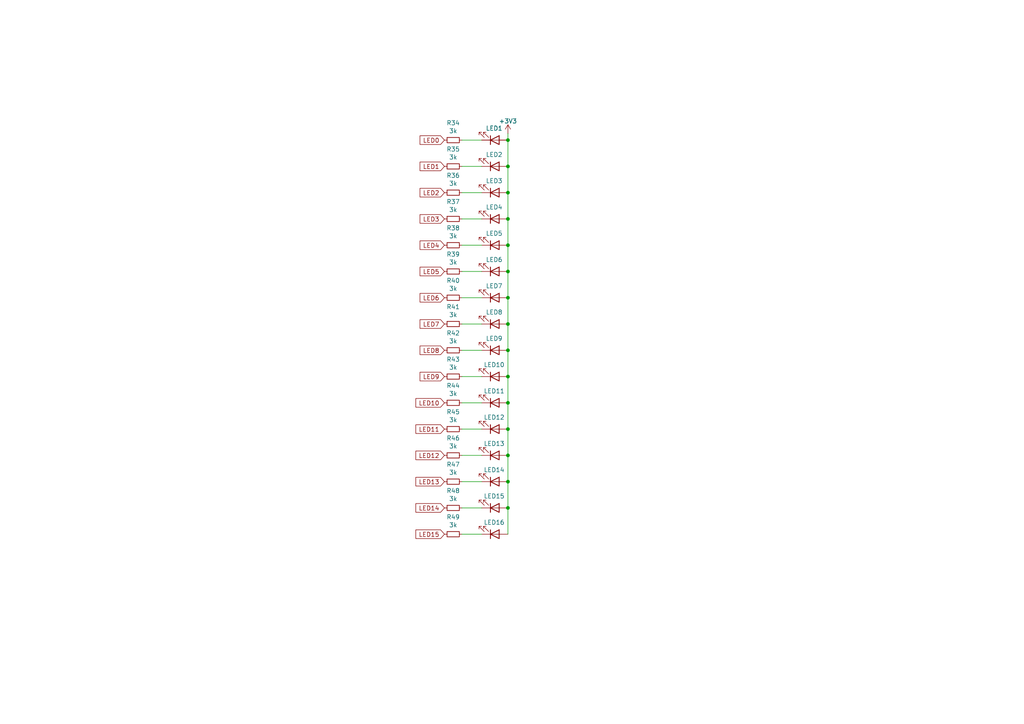
<source format=kicad_sch>
(kicad_sch (version 20211123) (generator eeschema)
  (paper "A4")
  (lib_symbols
    (symbol "Device:LED" (pin_numbers hide) (pin_names (offset 1.016) hide)
      (property "Reference" "D" (at 0 2.54 0))
      (property "Value" "LED" (at 0 -2.54 0))
      (symbol "LED_0_1"
        (polyline (pts (xy -1.27 -1.27) (xy -1.27 1.27)) (stroke (width 0.254)))
        (polyline (pts (xy -1.27 0) (xy 1.27 0)))
        (polyline (pts (xy 1.27 -1.27) (xy 1.27 1.27) (xy -1.27 0) (xy 1.27 -1.27)) (stroke (width 0.254)))
        (polyline (pts (xy -3.048 -0.762) (xy -4.572 -2.286) (xy -3.81 -2.286) (xy -4.572 -2.286) (xy -4.572 -1.524)))
        (polyline (pts (xy -1.778 -0.762) (xy -3.302 -2.286) (xy -2.54 -2.286) (xy -3.302 -2.286) (xy -3.302 -1.524)))
      )
      (symbol "LED_1_1"
        (pin passive line (at -3.81 0 0) (length 2.54) (name "K") (number "1"))
        (pin passive line (at 3.81 0 180) (length 2.54) (name "A") (number "2"))
      )
    )
    (symbol "Device:R_Small" (pin_numbers hide) (pin_names (offset 0.254) hide)
      (property "Reference" "R" (at 0.762 0.508 0))
      (property "Value" "R_Small" (at 0.762 -1.016 0))
      (symbol "R_Small_0_1"
        (rectangle (start -0.762 1.778) (end 0.762 -1.778) (stroke (width 0.2032)))
      )
      (symbol "R_Small_1_1"
        (pin passive line (at 0 2.54 270) (length 0.762) (name "~") (number "1"))
        (pin passive line (at 0 -2.54 90) (length 0.762) (name "~") (number "2"))
      )
    )
    (symbol "power:+3.3V" (power) (pin_names (offset 0))
      (property "Value" "+3.3V" (at 0 3.556 0))
      (symbol "+3.3V_0_1"
        (polyline (pts (xy -0.762 1.27) (xy 0 2.54)))
        (polyline (pts (xy 0 0) (xy 0 2.54)))
        (polyline (pts (xy 0 2.54) (xy 0.762 1.27)))
      )
      (symbol "+3.3V_1_1"
        (pin power_in line (at 0 0 90) (length 0) hide (name "+3V3") (number "1"))
      )
    )
  )
  (junction (at 147.32 86.36))
  (junction (at 147.32 40.64))
  (junction (at 147.32 147.32))
  (junction (at 147.32 101.6))
  (junction (at 147.32 116.84))
  (junction (at 147.32 93.98))
  (junction (at 147.32 132.08))
  (junction (at 147.32 48.26))
  (junction (at 147.32 63.5))
  (junction (at 147.32 139.7))
  (junction (at 147.32 78.74))
  (junction (at 147.32 124.46))
  (junction (at 147.32 109.22))
  (junction (at 147.32 55.88))
  (junction (at 147.32 71.12))
  (wire (pts (xy 133.985 93.98) (xy 139.7 93.98)))
  (wire (pts (xy 147.32 71.12) (xy 147.32 63.5)))
  (wire (pts (xy 139.7 48.26) (xy 133.985 48.26)))
  (wire (pts (xy 133.985 101.6) (xy 139.7 101.6)))
  (wire (pts (xy 133.985 132.08) (xy 139.7 132.08)))
  (wire (pts (xy 147.32 109.22) (xy 147.32 101.6)))
  (wire (pts (xy 133.985 78.74) (xy 139.7 78.74)))
  (wire (pts (xy 133.985 124.46) (xy 139.7 124.46)))
  (wire (pts (xy 139.7 147.32) (xy 133.985 147.32)))
  (wire (pts (xy 147.32 93.98) (xy 147.32 86.36)))
  (wire (pts (xy 133.985 55.88) (xy 139.7 55.88)))
  (wire (pts (xy 147.32 86.36) (xy 147.32 78.74)))
  (wire (pts (xy 139.7 109.22) (xy 133.985 109.22)))
  (wire (pts (xy 147.32 124.46) (xy 147.32 116.84)))
  (wire (pts (xy 147.32 48.26) (xy 147.32 40.64)))
  (wire (pts (xy 133.985 71.12) (xy 139.7 71.12)))
  (wire (pts (xy 133.985 116.84) (xy 139.7 116.84)))
  (wire (pts (xy 147.32 55.88) (xy 147.32 48.26)))
  (wire (pts (xy 147.32 40.64) (xy 147.32 38.735)))
  (wire (pts (xy 147.32 78.74) (xy 147.32 71.12)))
  (wire (pts (xy 147.32 139.7) (xy 147.32 132.08)))
  (wire (pts (xy 139.7 86.36) (xy 133.985 86.36)))
  (wire (pts (xy 147.32 63.5) (xy 147.32 55.88)))
  (wire (pts (xy 133.985 40.64) (xy 139.7 40.64)))
  (wire (pts (xy 147.32 101.6) (xy 147.32 93.98)))
  (wire (pts (xy 147.32 116.84) (xy 147.32 109.22)))
  (wire (pts (xy 147.32 154.94) (xy 147.32 147.32)))
  (wire (pts (xy 139.7 63.5) (xy 133.985 63.5)))
  (wire (pts (xy 147.32 147.32) (xy 147.32 139.7)))
  (wire (pts (xy 147.32 132.08) (xy 147.32 124.46)))
  (wire (pts (xy 133.985 139.7) (xy 139.7 139.7)))
  (wire (pts (xy 133.985 154.94) (xy 139.7 154.94)))
  (global_label "LED4" (shape input) (at 128.905 71.12 180) (property "Intersheet References" "${INTERSHEET_REFS}" (effects hide)))
  (global_label "LED3" (shape input) (at 128.905 63.5 180) (property "Intersheet References" "${INTERSHEET_REFS}" (effects hide)))
  (global_label "LED15" (shape input) (at 128.905 154.94 180) (property "Intersheet References" "${INTERSHEET_REFS}" (effects hide)))
  (global_label "LED2" (shape input) (at 128.905 55.88 180) (property "Intersheet References" "${INTERSHEET_REFS}" (effects hide)))
  (global_label "LED8" (shape input) (at 128.905 101.6 180) (property "Intersheet References" "${INTERSHEET_REFS}" (effects hide)))
  (global_label "LED9" (shape input) (at 128.905 109.22 180) (property "Intersheet References" "${INTERSHEET_REFS}" (effects hide)))
  (global_label "LED1" (shape input) (at 128.905 48.26 180) (property "Intersheet References" "${INTERSHEET_REFS}" (effects hide)))
  (global_label "LED14" (shape input) (at 128.905 147.32 180) (property "Intersheet References" "${INTERSHEET_REFS}" (effects hide)))
  (global_label "LED6" (shape input) (at 128.905 86.36 180) (property "Intersheet References" "${INTERSHEET_REFS}" (effects hide)))
  (global_label "LED13" (shape input) (at 128.905 139.7 180) (property "Intersheet References" "${INTERSHEET_REFS}" (effects hide)))
  (global_label "LED7" (shape input) (at 128.905 93.98 180) (property "Intersheet References" "${INTERSHEET_REFS}" (effects hide)))
  (global_label "LED12" (shape input) (at 128.905 132.08 180) (property "Intersheet References" "${INTERSHEET_REFS}" (effects hide)))
  (global_label "LED11" (shape input) (at 128.905 124.46 180) (property "Intersheet References" "${INTERSHEET_REFS}" (effects hide)))
  (global_label "LED5" (shape input) (at 128.905 78.74 180) (property "Intersheet References" "${INTERSHEET_REFS}" (effects hide)))
  (global_label "LED10" (shape input) (at 128.905 116.84 180) (property "Intersheet References" "${INTERSHEET_REFS}" (effects hide)))
  (global_label "LED0" (shape input) (at 128.905 40.64 180) (property "Intersheet References" "${INTERSHEET_REFS}" (effects hide)))
  (symbol (lib_id "Device:R_Small") (at 131.445 71.12 270) (unit 1)
    (property "Reference" "R38" (at 131.445 66.1416 90))
    (property "Value" "3k" (at 131.445 68.453 90))
    (property "Footprint" "Resistor_SMD:R_0805_2012Metric_Pad1.20x1.40mm_HandSolder" (effects hide))
  )
  (symbol (lib_id "Device:R_Small") (at 131.445 86.36 270) (unit 1)
    (property "Reference" "R40" (at 131.445 81.3816 90))
    (property "Value" "3k" (at 131.445 83.693 90))
    (property "Footprint" "Resistor_SMD:R_0805_2012Metric_Pad1.20x1.40mm_HandSolder" (effects hide))
  )
  (symbol (lib_id "Device:R_Small") (at 131.445 116.84 270) (unit 1)
    (property "Reference" "R44" (at 131.445 111.8616 90))
    (property "Value" "3k" (at 131.445 114.173 90))
    (property "Footprint" "Resistor_SMD:R_0805_2012Metric_Pad1.20x1.40mm_HandSolder" (effects hide))
  )
  (symbol (lib_id "Device:R_Small") (at 131.445 109.22 270) (unit 1)
    (property "Reference" "R43" (at 131.445 104.2416 90))
    (property "Value" "3k" (at 131.445 106.553 90))
    (property "Footprint" "Resistor_SMD:R_0805_2012Metric_Pad1.20x1.40mm_HandSolder" (effects hide))
  )
  (symbol (lib_id "Device:LED") (at 143.51 63.5 0) (mirror x) (unit 1)
    (property "Reference" "LED4" (at 143.3322 59.3598 0) (effects (justify bottom)))
    (property "Value" "LED" (effects hide))
    (property "Footprint" "LED_THT:LED_D3.0mm" (effects hide))
  )
  (symbol (lib_id "Device:LED") (at 143.51 71.12 0) (mirror x) (unit 1)
    (property "Reference" "LED5" (at 143.3322 66.9798 0) (effects (justify bottom)))
    (property "Value" "LED" (effects hide))
    (property "Footprint" "LED_THT:LED_D3.0mm" (effects hide))
  )
  (symbol (lib_id "Device:R_Small") (at 131.445 124.46 270) (unit 1)
    (property "Reference" "R45" (at 131.445 119.4816 90))
    (property "Value" "3k" (at 131.445 121.793 90))
    (property "Footprint" "Resistor_SMD:R_0805_2012Metric_Pad1.20x1.40mm_HandSolder" (effects hide))
  )
  (symbol (lib_id "Device:LED") (at 143.51 101.6 0) (mirror x) (unit 1)
    (property "Reference" "LED9" (at 143.3322 97.4598 0) (effects (justify bottom)))
    (property "Value" "LED" (effects hide))
    (property "Footprint" "LED_THT:LED_D3.0mm" (effects hide))
  )
  (symbol (lib_id "Device:LED") (at 143.51 147.32 0) (mirror x) (unit 1)
    (property "Reference" "LED15" (at 143.3322 143.1798 0) (effects (justify bottom)))
    (property "Value" "LED" (effects hide))
    (property "Footprint" "LED_THT:LED_D3.0mm" (effects hide))
  )
  (symbol (lib_id "Device:R_Small") (at 131.445 139.7 270) (unit 1)
    (property "Reference" "R47" (at 131.445 134.7216 90))
    (property "Value" "3k" (at 131.445 137.033 90))
    (property "Footprint" "Resistor_SMD:R_0805_2012Metric_Pad1.20x1.40mm_HandSolder" (effects hide))
  )
  (symbol (lib_id "Device:R_Small") (at 131.445 154.94 270) (unit 1)
    (property "Reference" "R49" (at 131.445 149.9616 90))
    (property "Value" "3k" (at 131.445 152.273 90))
    (property "Footprint" "Resistor_SMD:R_0805_2012Metric_Pad1.20x1.40mm_HandSolder" (effects hide))
  )
  (symbol (lib_id "Device:LED") (at 143.51 124.46 0) (mirror x) (unit 1)
    (property "Reference" "LED12" (at 143.3322 120.3198 0) (effects (justify bottom)))
    (property "Value" "LED" (effects hide))
    (property "Footprint" "LED_THT:LED_D3.0mm" (effects hide))
  )
  (symbol (lib_id "Device:LED") (at 143.51 132.08 0) (mirror x) (unit 1)
    (property "Reference" "LED13" (at 143.3322 127.9398 0) (effects (justify bottom)))
    (property "Value" "LED" (effects hide))
    (property "Footprint" "LED_THT:LED_D3.0mm" (effects hide))
  )
  (symbol (lib_id "Device:LED") (at 143.51 55.88 0) (mirror x) (unit 1)
    (property "Reference" "LED3" (at 143.3322 51.7398 0) (effects (justify bottom)))
    (property "Value" "LED" (effects hide))
    (property "Footprint" "LED_THT:LED_D3.0mm" (effects hide))
  )
  (symbol (lib_id "Device:R_Small") (at 131.445 55.88 270) (unit 1)
    (property "Reference" "R36" (at 131.445 50.9016 90))
    (property "Value" "3k" (at 131.445 53.213 90))
    (property "Footprint" "Resistor_SMD:R_0805_2012Metric_Pad1.20x1.40mm_HandSolder" (effects hide))
  )
  (symbol (lib_id "Device:R_Small") (at 131.445 147.32 270) (unit 1)
    (property "Reference" "R48" (at 131.445 142.3416 90))
    (property "Value" "3k" (at 131.445 144.653 90))
    (property "Footprint" "Resistor_SMD:R_0805_2012Metric_Pad1.20x1.40mm_HandSolder" (effects hide))
  )
  (symbol (lib_id "Device:LED") (at 143.51 139.7 0) (mirror x) (unit 1)
    (property "Reference" "LED14" (at 143.3322 135.5598 0) (effects (justify bottom)))
    (property "Value" "LED" (effects hide))
    (property "Footprint" "LED_THT:LED_D3.0mm" (effects hide))
  )
  (symbol (lib_id "Device:LED") (at 143.51 86.36 0) (mirror x) (unit 1)
    (property "Reference" "LED7" (at 143.3322 82.2198 0) (effects (justify bottom)))
    (property "Value" "LED" (effects hide))
    (property "Footprint" "LED_THT:LED_D3.0mm" (effects hide))
  )
  (symbol (lib_id "Device:R_Small") (at 131.445 40.64 90) (mirror x) (unit 1)
    (property "Reference" "R34" (at 131.445 35.6616 90))
    (property "Value" "3k" (at 131.445 37.973 90))
    (property "Footprint" "Resistor_SMD:R_0805_2012Metric_Pad1.20x1.40mm_HandSolder" (effects hide))
  )
  (symbol (lib_id "Device:R_Small") (at 131.445 78.74 270) (unit 1)
    (property "Reference" "R39" (at 131.445 73.7616 90))
    (property "Value" "3k" (at 131.445 76.073 90))
    (property "Footprint" "Resistor_SMD:R_0805_2012Metric_Pad1.20x1.40mm_HandSolder" (effects hide))
  )
  (symbol (lib_id "Device:LED") (at 143.51 48.26 0) (mirror x) (unit 1)
    (property "Reference" "LED2" (at 143.3322 44.1198 0) (effects (justify bottom)))
    (property "Value" "LED" (effects hide))
    (property "Footprint" "LED_THT:LED_D3.0mm" (effects hide))
  )
  (symbol (lib_id "Device:LED") (at 143.51 154.94 0) (mirror x) (unit 1)
    (property "Reference" "LED16" (at 143.3322 150.7998 0) (effects (justify bottom)))
    (property "Value" "LED" (effects hide))
    (property "Footprint" "LED_THT:LED_D3.0mm" (effects hide))
  )
  (symbol (lib_id "Device:LED") (at 143.51 78.74 0) (mirror x) (unit 1)
    (property "Reference" "LED6" (at 143.3322 74.5998 0) (effects (justify bottom)))
    (property "Value" "LED" (effects hide))
    (property "Footprint" "LED_THT:LED_D3.0mm" (effects hide))
  )
  (symbol (lib_id "Device:R_Small") (at 131.445 93.98 270) (unit 1)
    (property "Reference" "R41" (at 131.445 89.0016 90))
    (property "Value" "3k" (at 131.445 91.313 90))
    (property "Footprint" "Resistor_SMD:R_0805_2012Metric_Pad1.20x1.40mm_HandSolder" (effects hide))
  )
  (symbol (lib_id "power:+3.3V") (at 147.32 38.735 0) (unit 1)
    (property "Reference" "#PWR076" (effects hide))
    (property "Value" "+3.3V" (at 147.32 35.1305 0))
  )
  (symbol (lib_id "Device:R_Small") (at 131.445 101.6 270) (unit 1)
    (property "Reference" "R42" (at 131.445 96.6216 90))
    (property "Value" "3k" (at 131.445 98.933 90))
    (property "Footprint" "Resistor_SMD:R_0805_2012Metric_Pad1.20x1.40mm_HandSolder" (effects hide))
  )
  (symbol (lib_id "Device:LED") (at 143.51 93.98 0) (mirror x) (unit 1)
    (property "Reference" "LED8" (at 143.3322 89.8398 0) (effects (justify bottom)))
    (property "Value" "LED" (effects hide))
    (property "Footprint" "LED_THT:LED_D3.0mm" (effects hide))
  )
  (symbol (lib_id "Device:LED") (at 143.51 40.64 0) (mirror x) (unit 1)
    (property "Reference" "LED1" (at 143.3322 36.4998 0) (effects (justify bottom)))
    (property "Value" "LED" (effects hide))
    (property "Footprint" "LED_THT:LED_D3.0mm" (effects hide))
  )
  (symbol (lib_id "Device:R_Small") (at 131.445 63.5 270) (unit 1)
    (property "Reference" "R37" (at 131.445 58.5216 90))
    (property "Value" "3k" (at 131.445 60.833 90))
    (property "Footprint" "Resistor_SMD:R_0805_2012Metric_Pad1.20x1.40mm_HandSolder" (effects hide))
  )
  (symbol (lib_id "Device:R_Small") (at 131.445 132.08 270) (unit 1)
    (property "Reference" "R46" (at 131.445 127.1016 90))
    (property "Value" "3k" (at 131.445 129.413 90))
    (property "Footprint" "Resistor_SMD:R_0805_2012Metric_Pad1.20x1.40mm_HandSolder" (effects hide))
  )
  (symbol (lib_id "Device:LED") (at 143.51 116.84 0) (mirror x) (unit 1)
    (property "Reference" "LED11" (at 143.3322 112.6998 0) (effects (justify bottom)))
    (property "Value" "LED" (effects hide))
    (property "Footprint" "LED_THT:LED_D3.0mm" (effects hide))
  )
  (symbol (lib_id "Device:LED") (at 143.51 109.22 0) (mirror x) (unit 1)
    (property "Reference" "LED10" (at 143.3322 105.0798 0) (effects (justify bottom)))
    (property "Value" "LED" (effects hide))
    (property "Footprint" "LED_THT:LED_D3.0mm" (effects hide))
  )
  (symbol (lib_id "Device:R_Small") (at 131.445 48.26 270) (unit 1)
    (property "Reference" "R35" (at 131.445 43.2816 90))
    (property "Value" "3k" (at 131.445 45.593 90))
    (property "Footprint" "Resistor_SMD:R_0805_2012Metric_Pad1.20x1.40mm_HandSolder" (effects hide))
  )
)
</source>
